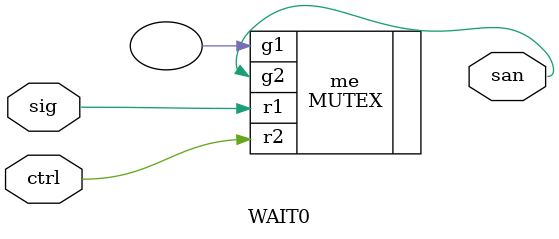
<source format=v>
module WAIT0 (
    input sig,
    input ctrl,
    output san
);

    MUTEX me (
        .r1(sig),
        .r2(ctrl),
        .g1(),
        .g2(san)
    );

endmodule
</source>
